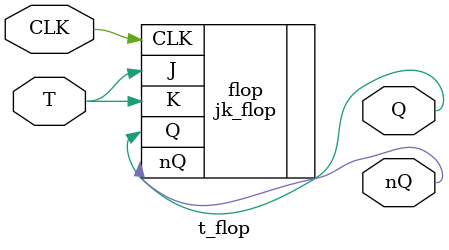
<source format=v>
module t_flop(
    input T, CLK,
    output Q, nQ
);

    jk_flop flop(
        .J(T),
        .K(T),
        .CLK(CLK),
        .Q(Q),
        .nQ(nQ)
     ); 

endmodule

</source>
